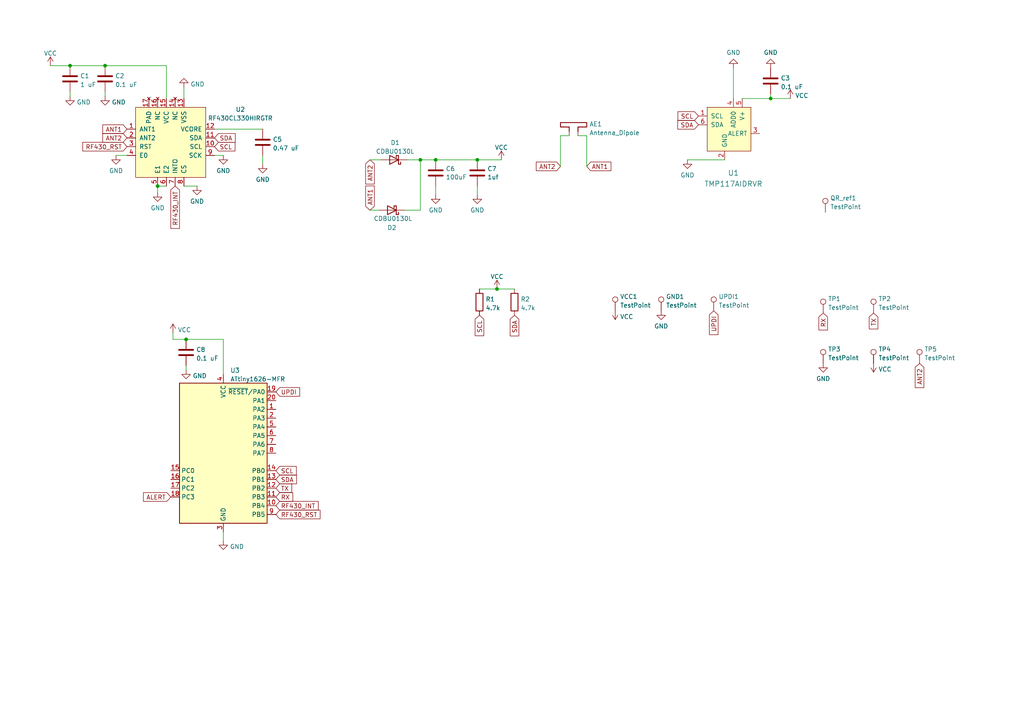
<source format=kicad_sch>
(kicad_sch (version 20231120) (generator "eeschema") (generator_version "8.0")
  (paper "A4")
  (lib_symbols
    (symbol "Connector:TestPoint" (pin_numbers hide) (pin_names (offset 0.762) hide)
      (property "Reference" "TP" (at 0 6.858 0))
      (property "Value" "TestPoint" (at 0 5.08 0))
      (symbol "TestPoint_0_1"
        (circle (center 0 3.302) (radius 0.762))
      )
      (symbol "TestPoint_1_1"
        (pin passive line (at 0 0 90) (length 2.54) (name "1") (number "1"))
      )
    )
    (symbol "Device:Antenna_Dipole" (pin_numbers hide) (pin_names (offset 1.016) hide)
      (property "Reference" "AE" (at 1.27 1.27 0))
      (property "Value" "Antenna_Dipole" (at 1.27 0 0))
      (symbol "Antenna_Dipole_0_1"
        (polyline (pts (xy 2.54 -3.81) (xy 2.54 -2.54) (xy 5.08 -2.54) (xy 5.08 -1.27) (xy -2.54 -1.27) (xy -2.54 -2.54) (xy 0 -2.54) (xy 0 -3.81)) (stroke (width 0.254)))
      )
      (symbol "Antenna_Dipole_1_1"
        (pin input line (at 0 -5.08 90) (length 2.54) (name "~") (number "1"))
        (pin input line (at 2.54 -5.08 90) (length 2.54) (name "~") (number "2"))
      )
    )
    (symbol "Device:C" (pin_numbers hide) (pin_names (offset 0.254))
      (property "Reference" "C" (at 0.635 2.54 0))
      (property "Value" "C" (at 0.635 -2.54 0))
      (symbol "C_0_1"
        (polyline (pts (xy -2.032 -0.762) (xy 2.032 -0.762)) (stroke (width 0.508)))
        (polyline (pts (xy -2.032 0.762) (xy 2.032 0.762)) (stroke (width 0.508)))
      )
      (symbol "C_1_1"
        (pin passive line (at 0 3.81 270) (length 2.794) (name "~") (number "1"))
        (pin passive line (at 0 -3.81 90) (length 2.794) (name "~") (number "2"))
      )
    )
    (symbol "Device:D_Schottky" (pin_numbers hide) (pin_names (offset 1.016) hide)
      (property "Reference" "D" (at 0 2.54 0))
      (property "Value" "D_Schottky" (at 0 -2.54 0))
      (symbol "D_Schottky_0_1"
        (polyline (pts (xy 1.27 0) (xy -1.27 0)))
        (polyline (pts (xy 1.27 1.27) (xy 1.27 -1.27) (xy -1.27 0) (xy 1.27 1.27)) (stroke (width 0.254)))
        (polyline (pts (xy -1.905 0.635) (xy -1.905 1.27) (xy -1.27 1.27) (xy -1.27 -1.27) (xy -0.635 -1.27) (xy -0.635 -0.635)) (stroke (width 0.254)))
      )
      (symbol "D_Schottky_1_1"
        (pin passive line (at -3.81 0 0) (length 2.54) (name "K") (number "1"))
        (pin passive line (at 3.81 0 180) (length 2.54) (name "A") (number "2"))
      )
    )
    (symbol "Device:R" (pin_numbers hide) (pin_names (offset 0))
      (property "Reference" "R" (at 2.032 0 90))
      (property "Value" "R" (at 0 0 90))
      (symbol "R_0_1"
        (rectangle (start -1.016 -2.54) (end 1.016 2.54) (stroke (width 0.254)))
      )
      (symbol "R_1_1"
        (pin passive line (at 0 3.81 270) (length 1.27) (name "~") (number "1"))
        (pin passive line (at 0 -3.81 90) (length 1.27) (name "~") (number "2"))
      )
    )
    (symbol "MCU_Microchip_ATtiny:ATtiny1626-M"
      (property "Reference" "U" (at -12.7 21.59 0))
      (property "Value" "ATtiny1626-M" (at 2.54 -21.59 0))
      (symbol "ATtiny1626-M_0_1"
        (rectangle (start -12.7 -20.32) (end 12.7 20.32) (stroke (width 0.254)) (fill (type background)))
      )
      (symbol "ATtiny1626-M_1_1"
        (pin bidirectional line (at 15.24 12.7 180) (length 2.54) (name "PA2") (number "1"))
        (pin bidirectional line (at 15.24 -15.24 180) (length 2.54) (name "PB4") (number "10"))
        (pin bidirectional line (at 15.24 -12.7 180) (length 2.54) (name "PB3") (number "11"))
        (pin bidirectional line (at 15.24 -10.16 180) (length 2.54) (name "PB2") (number "12"))
        (pin bidirectional line (at 15.24 -7.62 180) (length 2.54) (name "PB1") (number "13"))
        (pin bidirectional line (at 15.24 -5.08 180) (length 2.54) (name "PB0") (number "14"))
        (pin bidirectional line (at -15.24 -5.08 0) (length 2.54) (name "PC0") (number "15"))
        (pin bidirectional line (at -15.24 -7.62 0) (length 2.54) (name "PC1") (number "16"))
        (pin bidirectional line (at -15.24 -10.16 0) (length 2.54) (name "PC2") (number "17"))
        (pin bidirectional line (at -15.24 -12.7 0) (length 2.54) (name "PC3") (number "18"))
        (pin bidirectional line (at 15.24 17.78 180) (length 2.54) (name "~{RESET}/PA0") (number "19"))
        (pin bidirectional line (at 15.24 10.16 180) (length 2.54) (name "PA3") (number "2"))
        (pin bidirectional line (at 15.24 15.24 180) (length 2.54) (name "PA1") (number "20"))
        (pin passive line (at 0 -22.86 90) (length 2.54) hide (name "GND") (number "21"))
        (pin power_in line (at 0 -22.86 90) (length 2.54) (name "GND") (number "3"))
        (pin power_in line (at 0 22.86 270) (length 2.54) (name "VCC") (number "4"))
        (pin bidirectional line (at 15.24 7.62 180) (length 2.54) (name "PA4") (number "5"))
        (pin bidirectional line (at 15.24 5.08 180) (length 2.54) (name "PA5") (number "6"))
        (pin bidirectional line (at 15.24 2.54 180) (length 2.54) (name "PA6") (number "7"))
        (pin bidirectional line (at 15.24 0 180) (length 2.54) (name "PA7") (number "8"))
        (pin bidirectional line (at 15.24 -17.78 180) (length 2.54) (name "PB5") (number "9"))
      )
    )
    (symbol "dk_Temperature-Sensors-Analog-and-Digital-Output:TMP112AIDRLT" (pin_names (offset 1.016))
      (property "Reference" "U" (at -6.35 8.89 0))
      (property "Value" "TMP112AIDRLT" (at 0 -7.62 0))
      (symbol "TMP112AIDRLT_0_1"
        (rectangle (start -7.62 7.62) (end 5.08 -5.08) (fill (type background)))
      )
      (symbol "TMP112AIDRLT_1_1"
        (pin input line (at -10.16 5.08 0) (length 2.54) (name "SCL") (number "1"))
        (pin power_in line (at -2.54 -7.62 90) (length 2.54) (name "GND") (number "2"))
        (pin output line (at 7.62 0 180) (length 2.54) (name "ALERT") (number "3"))
        (pin power_in line (at 0 10.16 270) (length 2.54) (name "ADD0") (number "4"))
        (pin power_in line (at 2.54 10.16 270) (length 2.54) (name "V+") (number "5"))
        (pin bidirectional line (at -10.16 2.54 0) (length 2.54) (name "SDA") (number "6"))
      )
    )
    (symbol "power:GND" (power) (pin_names (offset 0))
      (property "Value" "GND" (at 0 -3.81 0))
      (symbol "GND_0_1"
        (polyline (pts (xy 0 0) (xy 0 -1.27) (xy 1.27 -1.27) (xy 0 -2.54) (xy -1.27 -1.27) (xy 0 -1.27)))
      )
      (symbol "GND_1_1"
        (pin power_in line (at 0 0 270) (length 0) hide (name "GND") (number "1"))
      )
    )
    (symbol "power:VCC" (power) (pin_names (offset 0))
      (property "Value" "VCC" (at 0 3.81 0))
      (symbol "VCC_0_1"
        (polyline (pts (xy -0.762 1.27) (xy 0 2.54)))
        (polyline (pts (xy 0 0) (xy 0 2.54)))
        (polyline (pts (xy 0 2.54) (xy 0.762 1.27)))
      )
      (symbol "VCC_1_1"
        (pin power_in line (at 0 0 90) (length 0) hide (name "VCC") (number "1"))
      )
    )
    (symbol "unsurv_offline_pcb_symbols:RF430CL330HIRGTR‎" (pin_names (offset 1.016))
      (property "Reference" "U" (at 10.16 15.24 0))
      (property "Value" "RF430CL330HIRGTR‎" (at 19.05 11.43 0))
      (symbol "RF430CL330HIRGTR‎_0_1"
        (rectangle (start 10.16 10.16) (end -10.16 -10.16) (fill (type background)))
      )
      (symbol "RF430CL330HIRGTR‎_1_1"
        (pin input line (at -12.7 3.81 0) (length 2.54) (name "ANT1") (number "1"))
        (pin input line (at 12.7 -1.27 180) (length 2.54) (name "SCL") (number "10"))
        (pin input line (at 12.7 1.27 180) (length 2.54) (name "SDA") (number "11"))
        (pin input line (at 12.7 3.81 180) (length 2.54) (name "VCORE") (number "12"))
        (pin input line (at 3.81 12.7 270) (length 2.54) (name "VSS") (number "13"))
        (pin no_connect line (at 1.27 12.7 270) (length 2.54) (name "NC") (number "14"))
        (pin input line (at -1.27 12.7 270) (length 2.54) (name "VCC") (number "15"))
        (pin no_connect line (at -3.81 12.7 270) (length 2.54) (name "NC") (number "16"))
        (pin no_connect line (at -6.35 12.7 270) (length 2.54) (name "PAD") (number "17"))
        (pin input line (at -12.7 1.27 0) (length 2.54) (name "ANT2") (number "2"))
        (pin input line (at -12.7 -1.27 0) (length 2.54) (name "RST") (number "3"))
        (pin input line (at -12.7 -3.81 0) (length 2.54) (name "E0") (number "4"))
        (pin input line (at -3.81 -12.7 90) (length 2.54) (name "E1") (number "5"))
        (pin input line (at -1.27 -12.7 90) (length 2.54) (name "E2") (number "6"))
        (pin input line (at 1.27 -12.7 90) (length 2.54) (name "INTO") (number "7"))
        (pin input line (at 3.81 -12.7 90) (length 2.54) (name "CS") (number "8"))
        (pin input line (at 12.7 -3.81 180) (length 2.54) (name "SCK") (number "9"))
      )
    )
  )
  (junction (at 126.365 46.355))
  (junction (at 144.145 83.82))
  (junction (at 223.52 28.575))
  (junction (at 20.32 19.05))
  (junction (at 121.92 46.355))
  (junction (at 53.975 98.425))
  (junction (at 45.72 53.975))
  (junction (at 30.48 19.05))
  (junction (at 138.43 46.355))
  (wire (pts (xy 20.32 26.67) (xy 20.32 27.94)))
  (wire (pts (xy 165.1 39.37) (xy 162.56 39.37)))
  (wire (pts (xy 138.43 53.975) (xy 138.43 56.515)))
  (wire (pts (xy 53.34 25.273) (xy 53.34 28.575)))
  (wire (pts (xy 139.065 83.82) (xy 144.145 83.82)))
  (wire (pts (xy 33.655 45.085) (xy 36.83 45.085)))
  (wire (pts (xy 162.56 39.37) (xy 162.56 48.26)))
  (wire (pts (xy 62.23 45.085) (xy 64.77 45.085)))
  (wire (pts (xy 30.48 19.05) (xy 48.26 19.05)))
  (wire (pts (xy 53.975 106.045) (xy 53.975 107.315)))
  (wire (pts (xy 212.725 19.685) (xy 212.725 28.575)))
  (wire (pts (xy 126.365 53.975) (xy 126.365 56.515)))
  (wire (pts (xy 20.32 19.05) (xy 30.48 19.05)))
  (wire (pts (xy 121.92 60.96) (xy 121.92 46.355)))
  (wire (pts (xy 53.975 98.425) (xy 64.77 98.425)))
  (wire (pts (xy 30.48 26.67) (xy 30.48 27.94)))
  (wire (pts (xy 121.92 46.355) (xy 126.365 46.355)))
  (wire (pts (xy 118.11 46.355) (xy 121.92 46.355)))
  (wire (pts (xy 223.52 27.305) (xy 223.52 28.575)))
  (wire (pts (xy 170.18 39.37) (xy 167.64 39.37)))
  (wire (pts (xy 48.26 19.05) (xy 48.26 28.575)))
  (wire (pts (xy 14.605 19.05) (xy 20.32 19.05)))
  (wire (pts (xy 64.77 98.425) (xy 64.77 108.585)))
  (wire (pts (xy 126.365 46.355) (xy 138.43 46.355)))
  (wire (pts (xy 138.43 46.355) (xy 145.415 46.355)))
  (wire (pts (xy 144.145 83.82) (xy 149.225 83.82)))
  (wire (pts (xy 107.315 46.355) (xy 110.49 46.355)))
  (wire (pts (xy 76.2 45.085) (xy 76.2 47.625)))
  (wire (pts (xy 50.165 96.52) (xy 50.165 98.425)))
  (wire (pts (xy 199.39 46.355) (xy 210.185 46.355)))
  (wire (pts (xy 62.23 37.465) (xy 76.2 37.465)))
  (wire (pts (xy 45.72 53.975) (xy 45.72 55.88)))
  (wire (pts (xy 107.315 60.96) (xy 109.855 60.96)))
  (wire (pts (xy 215.265 28.575) (xy 223.52 28.575)))
  (wire (pts (xy 170.18 39.37) (xy 170.18 48.26)))
  (wire (pts (xy 117.475 60.96) (xy 121.92 60.96)))
  (wire (pts (xy 50.165 98.425) (xy 53.975 98.425)))
  (wire (pts (xy 64.77 154.305) (xy 64.77 156.845)))
  (wire (pts (xy 45.72 53.975) (xy 48.26 53.975)))
  (wire (pts (xy 223.52 28.575) (xy 229.235 28.575)))
  (wire (pts (xy 53.34 53.975) (xy 57.15 53.975)))
  (global_label "UPDI" (shape input) (at 207.01 90.17 270) (property "Intersheetrefs" "${INTERSHEET_REFS}" (effects (hide yes))))
  (global_label "ANT2" (shape input) (at 266.7 105.41 270) (property "Intersheetrefs" "${INTERSHEET_REFS}" (effects (hide yes))))
  (global_label "ANT1" (shape input) (at 107.315 60.96 90) (property "Intersheetrefs" "${INTERSHEET_REFS}" (effects (hide yes))))
  (global_label "SCL" (shape input) (at 80.01 136.525 0) (property "Intersheetrefs" "${INTERSHEET_REFS}" (effects (hide yes))))
  (global_label "TX" (shape input) (at 80.01 141.605 0) (property "Intersheetrefs" "${INTERSHEET_REFS}" (effects (hide yes))))
  (global_label "TX" (shape input) (at 253.365 90.805 270) (property "Intersheetrefs" "${INTERSHEET_REFS}" (effects (hide yes))))
  (global_label "RF430_INT" (shape input) (at 50.8 53.975 270) (property "Intersheetrefs" "${INTERSHEET_REFS}" (effects (hide yes))))
  (global_label "SCL" (shape input) (at 62.23 42.545 0) (property "Intersheetrefs" "${INTERSHEET_REFS}" (effects (hide yes))))
  (global_label "RF430_INT" (shape input) (at 80.01 146.685 0) (property "Intersheetrefs" "${INTERSHEET_REFS}" (effects (hide yes))))
  (global_label "ALERT" (shape input) (at 49.53 144.145 180) (property "Intersheetrefs" "${INTERSHEET_REFS}" (effects (hide yes))))
  (global_label "UPDI" (shape input) (at 80.01 113.665 0) (property "Intersheetrefs" "${INTERSHEET_REFS}" (effects (hide yes))))
  (global_label "RF430_RST" (shape input) (at 36.83 42.545 180) (property "Intersheetrefs" "${INTERSHEET_REFS}" (effects (hide yes))))
  (global_label "SCL" (shape input) (at 202.565 33.655 180) (property "Intersheetrefs" "${INTERSHEET_REFS}" (effects (hide yes))))
  (global_label "RF430_RST" (shape input) (at 80.01 149.225 0) (property "Intersheetrefs" "${INTERSHEET_REFS}" (effects (hide yes))))
  (global_label "ANT2" (shape input) (at 36.83 40.005 180) (property "Intersheetrefs" "${INTERSHEET_REFS}" (effects (hide yes))))
  (global_label "RX" (shape input) (at 80.01 144.145 0) (property "Intersheetrefs" "${INTERSHEET_REFS}" (effects (hide yes))))
  (global_label "RX" (shape input) (at 238.76 90.805 270) (property "Intersheetrefs" "${INTERSHEET_REFS}" (effects (hide yes))))
  (global_label "SDA" (shape input) (at 149.225 91.44 270) (property "Intersheetrefs" "${INTERSHEET_REFS}" (effects (hide yes))))
  (global_label "ANT2" (shape input) (at 162.56 48.26 180) (property "Intersheetrefs" "${INTERSHEET_REFS}" (effects (hide yes))))
  (global_label "SDA" (shape input) (at 80.01 139.065 0) (property "Intersheetrefs" "${INTERSHEET_REFS}" (effects (hide yes))))
  (global_label "SDA" (shape input) (at 62.23 40.005 0) (property "Intersheetrefs" "${INTERSHEET_REFS}" (effects (hide yes))))
  (global_label "ANT1" (shape input) (at 170.18 48.26 0) (property "Intersheetrefs" "${INTERSHEET_REFS}" (effects (hide yes))))
  (global_label "SCL" (shape input) (at 139.065 91.44 270) (property "Intersheetrefs" "${INTERSHEET_REFS}" (effects (hide yes))))
  (global_label "ANT1" (shape input) (at 36.83 37.465 180) (property "Intersheetrefs" "${INTERSHEET_REFS}" (effects (hide yes))))
  (global_label "ANT2" (shape input) (at 107.315 46.355 270) (property "Intersheetrefs" "${INTERSHEET_REFS}" (effects (hide yes))))
  (global_label "SDA" (shape input) (at 202.565 36.195 180) (property "Intersheetrefs" "${INTERSHEET_REFS}" (effects (hide yes))))
  (symbol (lib_id "Device:C") (at 76.2 41.275 0) (unit 1)
    (property "Reference" "C5" (at 79.121 40.4403 0) (effects (justify left)))
    (property "Value" "0.47 uF" (at 79.121 42.9772 0) (effects (justify left)))
    (property "Footprint" "Capacitor_SMD:C_0603_1608Metric" (effects (hide yes)))
  )
  (symbol (lib_id "power:GND") (at 45.72 55.88 0) (unit 1)
    (property "Reference" "#PWR014" (effects (hide yes)))
    (property "Value" "GND" (at 45.72 60.3234 0))
  )
  (symbol (lib_id "unsurv_offline_pcb_symbols:RF430CL330HIRGTR‎") (at 49.53 41.275 0) (unit 1)
    (property "Reference" "U2" (at 69.7177 31.7585 0))
    (property "Value" "RF430CL330HIRGTR‎" (at 69.7177 34.2954 0))
    (property "Footprint" "unsurv_offline_pcb_footprints:RF430_3x3mm_regular_noBCu" (effects (hide yes)))
  )
  (symbol (lib_id "Connector:TestPoint") (at 207.01 90.17 0) (unit 1)
    (property "Reference" "UPDI1" (at 208.407 86.0333 0) (effects (justify left)))
    (property "Value" "TestPoint" (at 208.407 88.5702 0) (effects (justify left)))
    (property "Footprint" "TestPoint:TestPoint_Pad_D1.0mm" (effects (hide yes)))
  )
  (symbol (lib_id "power:VCC") (at 253.365 105.41 180) (unit 1)
    (property "Reference" "#PWR022" (effects (hide yes)))
    (property "Value" "VCC" (at 254.762 107.1138 0) (effects (justify right)))
  )
  (symbol (lib_id "Device:D_Schottky") (at 113.665 60.96 180) (unit 1)
    (property "Reference" "D2" (at 113.665 66.04 0))
    (property "Value" "CDBU0130L" (at 113.9825 63.3929 0))
    (property "Footprint" "Diode_SMD:D_0603_1608Metric" (effects (hide yes)))
  )
  (symbol (lib_id "Device:D_Schottky") (at 114.3 46.355 180) (unit 1)
    (property "Reference" "D1" (at 114.6175 41.3852 0))
    (property "Value" "CDBU0130L" (at 114.6175 43.9221 0))
    (property "Footprint" "Diode_SMD:D_0603_1608Metric" (effects (hide yes)))
  )
  (symbol (lib_id "Device:C") (at 20.32 22.86 0) (unit 1)
    (property "Reference" "C1" (at 23.241 22.0253 0) (effects (justify left)))
    (property "Value" "1 uF" (at 23.241 24.5622 0) (effects (justify left)))
    (property "Footprint" "Capacitor_SMD:C_0603_1608Metric" (effects (hide yes)))
  )
  (symbol (lib_id "Device:C") (at 126.365 50.165 0) (unit 1)
    (property "Reference" "C6" (at 129.286 48.9528 0) (effects (justify left)))
    (property "Value" "100uF" (at 129.286 51.3771 0) (effects (justify left)))
    (property "Footprint" "Capacitor_SMD:C_0603_1608Metric" (effects (hide yes)))
    (property "MPN" "298W107X0004M2T" (effects (hide yes)))
  )
  (symbol (lib_id "power:VCC") (at 229.235 28.575 0) (unit 1)
    (property "Reference" "#PWR07" (effects (hide yes)))
    (property "Value" "VCC" (at 230.632 27.7388 0) (effects (justify left)))
  )
  (symbol (lib_id "power:GND") (at 191.77 90.17 0) (unit 1)
    (property "Reference" "#PWR019" (effects (hide yes)))
    (property "Value" "GND" (at 191.77 94.6134 0))
  )
  (symbol (lib_id "Connector:TestPoint") (at 238.76 90.805 0) (unit 1)
    (property "Reference" "TP1" (at 240.157 86.6683 0) (effects (justify left)))
    (property "Value" "TestPoint" (at 240.157 89.2052 0) (effects (justify left)))
    (property "Footprint" "TestPoint:TestPoint_Pad_D1.0mm" (effects (hide yes)))
  )
  (symbol (lib_id "Device:R") (at 149.225 87.63 0) (unit 1)
    (property "Reference" "R2" (at 151.003 86.7953 0) (effects (justify left)))
    (property "Value" "4.7k" (at 151.003 89.3322 0) (effects (justify left)))
    (property "Footprint" "Resistor_SMD:R_0603_1608Metric" (effects (hide yes)))
  )
  (symbol (lib_id "power:VCC") (at 145.415 46.355 0) (unit 1)
    (property "Reference" "#PWR010" (effects (hide yes)))
    (property "Value" "VCC" (at 145.415 42.7792 0))
  )
  (symbol (lib_id "Connector:TestPoint") (at 238.76 105.41 0) (unit 1)
    (property "Reference" "TP3" (at 240.157 101.2733 0) (effects (justify left)))
    (property "Value" "TestPoint" (at 240.157 103.8102 0) (effects (justify left)))
    (property "Footprint" "TestPoint:TestPoint_Pad_D1.0mm" (effects (hide yes)))
  )
  (symbol (lib_id "Connector:TestPoint") (at 239.395 61.595 0) (unit 1)
    (property "Reference" "QR_ref1" (at 240.792 57.4583 0) (effects (justify left)))
    (property "Value" "TestPoint" (at 240.792 59.9952 0) (effects (justify left)))
    (property "Footprint" "unsurv_offline_pcb_footprints:QR_shop" (effects (hide yes)))
  )
  (symbol (lib_id "dk_Temperature-Sensors-Analog-and-Digital-Output:TMP112AIDRLT") (at 212.725 38.735 0) (unit 1)
    (property "Reference" "U1" (at 212.725 50.165 0) (effects (font (size 1.524 1.524))))
    (property "Value" "TMP117AIDRVR" (at 212.725 53.34 0) (effects (font (size 1.524 1.524))))
    (property "Footprint" "unsurv_offline_pcb_footprints:TMP117 WSON-6-1EP_2x2mm_P0.65mm_no_pad_paste" (effects (hide yes)))
    (property "Datasheet" "http://www.ti.com/general/docs/suppproductinfo.tsp?distId=10&gotoUrl=http%3A%2F%2Fwww.ti.com%2Flit%2Fgpn%2Ftmp112" (effects (hide yes)))
    (property "Description" "SENSOR DIGITAL -40C-125C SOT563" (effects (hide yes)))
    (property "Digi-Key_PN" "296-24621-1-ND" (effects (hide yes)))
    (property "MPN" "TMP117AIDRVR" (effects (hide yes)))
    (property "Category" "Sensors, Transducers" (effects (hide yes)))
    (property "Family" "Temperature Sensors - Analog and Digital Output" (effects (hide yes)))
    (property "DK_Datasheet_Link" "http://www.ti.com/general/docs/suppproductinfo.tsp?distId=10&gotoUrl=http%3A%2F%2Fwww.ti.com%2Flit%2Fgpn%2Ftmp112" (effects (hide yes)))
    (property "DK_Detail_Page" "/product-detail/en/texas-instruments/TMP112AIDRLT/296-24621-1-ND/2090130" (effects (hide yes)))
    (property "Manufacturer" "Texas Instruments" (effects (hide yes)))
    (property "Status" "Active" (effects (hide yes)))
  )
  (symbol (lib_id "power:GND") (at 223.52 19.685 180) (unit 1)
    (property "Reference" "#PWR03" (effects (hide yes)))
    (property "Value" "GND" (at 223.52 15.2416 0))
  )
  (symbol (lib_id "Connector:TestPoint") (at 191.77 90.17 0) (unit 1)
    (property "Reference" "GND1" (at 193.167 86.0333 0) (effects (justify left)))
    (property "Value" "TestPoint" (at 193.167 88.5702 0) (effects (justify left)))
    (property "Footprint" "TestPoint:TestPoint_Pad_D1.0mm" (effects (hide yes)))
  )
  (symbol (lib_id "power:VCC") (at 144.145 83.82 0) (unit 1)
    (property "Reference" "#PWR017" (effects (hide yes)))
    (property "Value" "VCC" (at 144.145 80.2442 0))
  )
  (symbol (lib_id "Connector:TestPoint") (at 266.7 105.41 0) (unit 1)
    (property "Reference" "TP5" (at 268.097 101.2733 0) (effects (justify left)))
    (property "Value" "TestPoint" (at 268.097 103.8102 0) (effects (justify left)))
    (property "Footprint" "TestPoint:TestPoint_Pad_D1.0mm" (effects (hide yes)))
  )
  (symbol (lib_id "Device:C") (at 223.52 23.495 180) (unit 1)
    (property "Reference" "C3" (at 226.441 22.6603 0) (effects (justify right)))
    (property "Value" "0.1 uF" (at 226.441 25.1972 0) (effects (justify right)))
    (property "Footprint" "Capacitor_SMD:C_0402_1005Metric" (effects (hide yes)))
  )
  (symbol (lib_id "power:GND") (at 53.34 25.273 180) (unit 1)
    (property "Reference" "#PWR04" (effects (hide yes)))
    (property "Value" "GND" (at 55.245 24.4368 0) (effects (justify right)))
  )
  (symbol (lib_id "power:GND") (at 64.77 45.085 0) (unit 1)
    (property "Reference" "#PWR09" (effects (hide yes)))
    (property "Value" "GND" (at 64.77 49.5284 0))
  )
  (symbol (lib_id "power:GND") (at 33.655 45.085 0) (unit 1)
    (property "Reference" "#PWR08" (effects (hide yes)))
    (property "Value" "GND" (at 33.655 49.5284 0))
  )
  (symbol (lib_id "Device:R") (at 139.065 87.63 0) (unit 1)
    (property "Reference" "R1" (at 140.843 86.7953 0) (effects (justify left)))
    (property "Value" "4.7k" (at 140.843 89.3322 0) (effects (justify left)))
    (property "Footprint" "Resistor_SMD:R_0603_1608Metric" (effects (hide yes)))
  )
  (symbol (lib_id "Connector:TestPoint") (at 178.435 90.17 0) (unit 1)
    (property "Reference" "VCC1" (at 179.832 86.0333 0) (effects (justify left)))
    (property "Value" "TestPoint" (at 179.832 88.5702 0) (effects (justify left)))
    (property "Footprint" "TestPoint:TestPoint_Pad_D1.0mm" (effects (hide yes)))
  )
  (symbol (lib_id "power:GND") (at 199.39 46.355 0) (unit 1)
    (property "Reference" "#PWR011" (effects (hide yes)))
    (property "Value" "GND" (at 199.39 50.7984 0))
  )
  (symbol (lib_id "Device:C") (at 53.975 102.235 0) (unit 1)
    (property "Reference" "C8" (at 56.896 101.4003 0) (effects (justify left)))
    (property "Value" "0.1 uF" (at 56.896 103.9372 0) (effects (justify left)))
    (property "Footprint" "Capacitor_SMD:C_0603_1608Metric" (effects (hide yes)))
  )
  (symbol (lib_id "power:GND") (at 76.2 47.625 0) (unit 1)
    (property "Reference" "#PWR012" (effects (hide yes)))
    (property "Value" "GND" (at 76.2 52.0684 0))
  )
  (symbol (lib_id "MCU_Microchip_ATtiny:ATtiny1626-M") (at 64.77 131.445 0) (unit 1)
    (property "Reference" "U3" (at 66.7894 107.4252 0) (effects (justify left)))
    (property "Value" "ATtiny1626-MFR" (at 66.7894 109.9621 0) (effects (justify left)))
    (property "Footprint" "unsurv_offline_pcb_footprints:VQFN-20-1EP_3x3mm_P0.4mm_EP1.7x1.7mm_edited" (effects (hide yes)))
    (property "Datasheet" "https://ww1.microchip.com/downloads/en/DeviceDoc/ATtiny1624-26-27-DataSheet-DS40002234A.pdf" (effects (hide yes)))
  )
  (symbol (lib_id "Connector:TestPoint") (at 253.365 90.805 0) (unit 1)
    (property "Reference" "TP2" (at 254.762 86.6683 0) (effects (justify left)))
    (property "Value" "TestPoint" (at 254.762 89.2052 0) (effects (justify left)))
    (property "Footprint" "TestPoint:TestPoint_Pad_D1.0mm" (effects (hide yes)))
  )
  (symbol (lib_id "power:GND") (at 138.43 56.515 0) (unit 1)
    (property "Reference" "#PWR016" (effects (hide yes)))
    (property "Value" "GND" (at 138.43 60.9584 0))
  )
  (symbol (lib_id "power:VCC") (at 178.435 90.17 180) (unit 1)
    (property "Reference" "#PWR018" (effects (hide yes)))
    (property "Value" "VCC" (at 179.832 91.8738 0) (effects (justify right)))
  )
  (symbol (lib_id "Device:Antenna_Dipole") (at 167.64 34.29 0) (mirror y) (unit 1)
    (property "Reference" "AE1" (at 170.942 35.9953 0) (effects (justify right)))
    (property "Value" "Antenna_Dipole" (at 170.942 38.5322 0) (effects (justify right)))
    (property "Footprint" "unsurv_offline_pcb_footprints:38x14_378uH" (effects (hide yes)))
  )
  (symbol (lib_id "power:GND") (at 238.76 105.41 0) (unit 1)
    (property "Reference" "#PWR021" (effects (hide yes)))
    (property "Value" "GND" (at 238.76 109.8534 0))
  )
  (symbol (lib_id "power:GND") (at 57.15 53.975 0) (unit 1)
    (property "Reference" "#PWR013" (effects (hide yes)))
    (property "Value" "GND" (at 57.15 58.4184 0))
  )
  (symbol (lib_id "power:GND") (at 126.365 56.515 0) (unit 1)
    (property "Reference" "#PWR015" (effects (hide yes)))
    (property "Value" "GND" (at 126.365 60.9584 0))
  )
  (symbol (lib_id "power:GND") (at 20.32 27.94 0) (unit 1)
    (property "Reference" "#PWR05" (effects (hide yes)))
    (property "Value" "GND" (at 22.225 29.6438 0) (effects (justify left)))
  )
  (symbol (lib_id "Device:C") (at 30.48 22.86 0) (unit 1)
    (property "Reference" "C2" (at 33.401 22.0253 0) (effects (justify left)))
    (property "Value" "0.1 uF" (at 33.401 24.5622 0) (effects (justify left)))
    (property "Footprint" "Capacitor_SMD:C_0603_1608Metric" (effects (hide yes)))
  )
  (symbol (lib_id "power:GND") (at 64.77 156.845 0) (unit 1)
    (property "Reference" "#PWR024" (effects (hide yes)))
    (property "Value" "GND" (at 66.675 158.5488 0) (effects (justify left)))
  )
  (symbol (lib_id "Device:C") (at 138.43 50.165 0) (unit 1)
    (property "Reference" "C7" (at 141.351 48.9528 0) (effects (justify left)))
    (property "Value" "1uf" (at 141.351 51.3771 0) (effects (justify left)))
    (property "Footprint" "Capacitor_SMD:C_0603_1608Metric" (effects (hide yes)))
  )
  (symbol (lib_id "power:GND") (at 30.48 27.94 0) (unit 1)
    (property "Reference" "#PWR06" (effects (hide yes)))
    (property "Value" "GND" (at 32.385 29.6438 0) (effects (justify left)))
  )
  (symbol (lib_id "power:GND") (at 53.975 107.315 0) (unit 1)
    (property "Reference" "#PWR023" (effects (hide yes)))
    (property "Value" "GND" (at 55.88 109.0188 0) (effects (justify left)))
  )
  (symbol (lib_id "Connector:TestPoint") (at 253.365 105.41 0) (unit 1)
    (property "Reference" "TP4" (at 254.762 101.2733 0) (effects (justify left)))
    (property "Value" "TestPoint" (at 254.762 103.8102 0) (effects (justify left)))
    (property "Footprint" "TestPoint:TestPoint_Pad_D1.0mm" (effects (hide yes)))
  )
  (symbol (lib_id "power:VCC") (at 50.165 96.52 0) (unit 1)
    (property "Reference" "#PWR020" (effects (hide yes)))
    (property "Value" "VCC" (at 51.562 95.6838 0) (effects (justify left)))
  )
  (symbol (lib_id "power:GND") (at 212.725 19.685 180) (unit 1)
    (property "Reference" "#PWR02" (effects (hide yes)))
    (property "Value" "GND" (at 212.725 15.2416 0))
  )
  (symbol (lib_id "power:VCC") (at 14.605 19.05 0) (unit 1)
    (property "Reference" "#PWR01" (effects (hide yes)))
    (property "Value" "VCC" (at 14.605 15.4742 0))
  )
)
</source>
